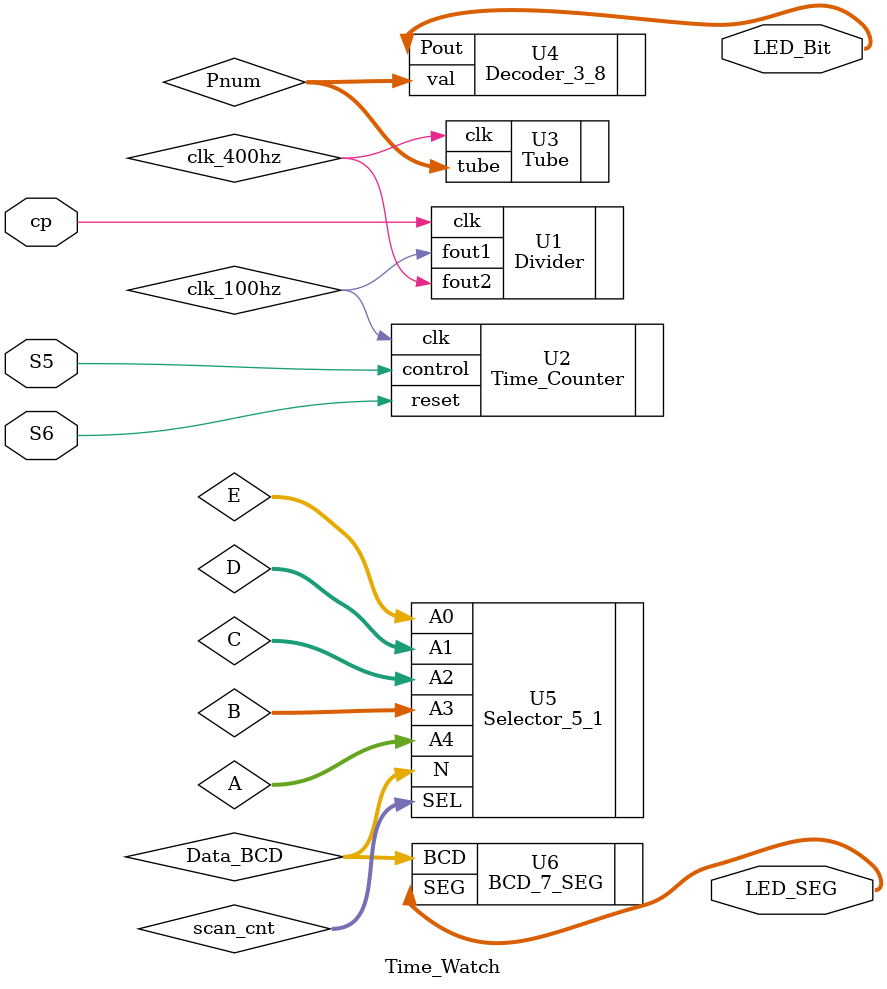
<source format=v>
/**
 * @file		Electronic-Chronograph-Stopwatch
 * @input		cp,S5,S6
 * @output		LED_Bit,LED_SEG
 */
module Time_Watch (cp,S5,S6,LED_Bit,LED_SEG);

input cp;
input S5,S6;  // 按键开关
output [7:0] LED_Bit;
output [7:0] LED_SEG;
wire clk_100hz;
wire clk_400hz;
wire [2:0] Pnum;  // 数码管序号
wire [2:0] scan_cnt;
wire [3:0] Data_BCD;
wire [3:0] A,B,C,D,E;


// 时钟分频模块
Divider			U1(.clk(cp),.fout1(clk_100hz),.fout2(clk_400hz));
// 计时模块
Time_Counter	U2(.clk(clk_100hz),.control(S5),.reset(S6));
// 显示模块
Tube			U3(.clk(clk_400hz),.tube(Pnum));
Decoder_3_8		U4(.val(Pnum),.Pout(LED_Bit));

Selector_5_1	U5(.SEL(scan_cnt),.A0(E),.A1(D),.A2(C),.A3(B),.A4(A),.N(Data_BCD));
BCD_7_SEG		U6(.BCD(Data_BCD),.SEG(LED_SEG));

endmodule
</source>
